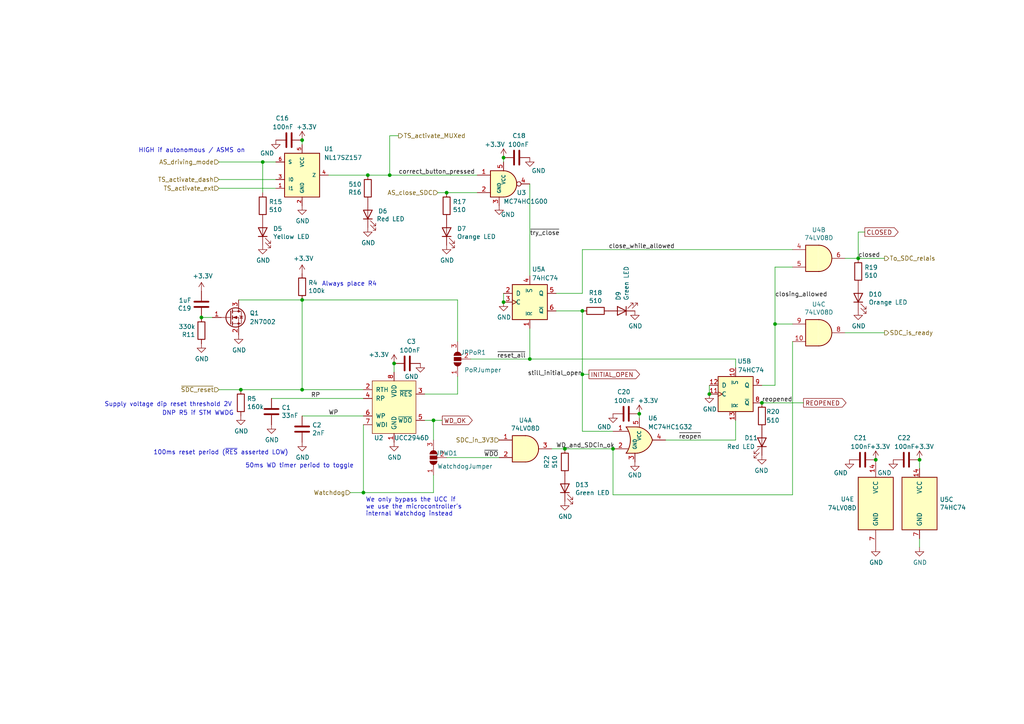
<source format=kicad_sch>
(kicad_sch (version 20211123) (generator eeschema)
  (paper "A4")
  (title_block (title "SDCL - Non-Programmable Logic") (date "2021-12-16") (rev "v1.0") (company "FaSTTUBe - Formula Student Team TU Berlin") (comment 1 "Car 113") (comment 2 "EBS Electronics") (comment 3 "Compliance for rule T 14.5.1 and T 14.5.2") (comment 4 "Hard-Wired logic for SDC relay latching and activation buttons"))
  (lib_symbols
    (symbol "74xx:74HC74" (pin_names (offset 1.016))
      (property "Reference" "U" (at -7.62 8.89 0))
      (property "Value" "74HC74" (at -7.62 -8.89 0))
      (symbol "74HC74_1_0"
        (pin input line (at 0 -7.62 90) (length 2.54) (name "~{R}") (number "1"))
        (pin input line (at -7.62 2.54 0) (length 2.54) (name "D") (number "2"))
        (pin input clock (at -7.62 0 0) (length 2.54) (name "C") (number "3"))
        (pin input line (at 0 7.62 270) (length 2.54) (name "~{S}") (number "4"))
        (pin output line (at 7.62 2.54 180) (length 2.54) (name "Q") (number "5"))
        (pin output line (at 7.62 -2.54 180) (length 2.54) (name "~{Q}") (number "6"))
      )
      (symbol "74HC74_1_1"
        (rectangle (start -5.08 5.08) (end 5.08 -5.08) (stroke (width 0.254)) (fill (type background)))
      )
      (symbol "74HC74_2_0"
        (pin input line (at 0 7.62 270) (length 2.54) (name "~{S}") (number "10"))
        (pin input clock (at -7.62 0 0) (length 2.54) (name "C") (number "11"))
        (pin input line (at -7.62 2.54 0) (length 2.54) (name "D") (number "12"))
        (pin input line (at 0 -7.62 90) (length 2.54) (name "~{R}") (number "13"))
        (pin output line (at 7.62 -2.54 180) (length 2.54) (name "~{Q}") (number "8"))
        (pin output line (at 7.62 2.54 180) (length 2.54) (name "Q") (number "9"))
      )
      (symbol "74HC74_2_1"
        (rectangle (start -5.08 5.08) (end 5.08 -5.08) (stroke (width 0.254)) (fill (type background)))
      )
      (symbol "74HC74_3_0"
        (pin power_in line (at 0 10.16 270) (length 2.54) (name "VCC") (number "14"))
        (pin power_in line (at 0 -10.16 90) (length 2.54) (name "GND") (number "7"))
      )
      (symbol "74HC74_3_1"
        (rectangle (start -5.08 7.62) (end 5.08 -7.62) (stroke (width 0.254)) (fill (type background)))
      )
    )
    (symbol "Custom:74LV08D" (pin_names (offset 1.016))
      (property "Reference" "U" (at 3.81 6.35 0))
      (property "Value" "74LV08D" (at 7.62 3.81 0))
      (symbol "74LV08D_1_1"
        (arc (start 0 -3.81) (mid 3.81 0) (end 0 3.81) (stroke (width 0.254)) (fill (type background)))
        (polyline (pts (xy 0 3.81) (xy -3.81 3.81) (xy -3.81 -3.81) (xy 0 -3.81)) (stroke (width 0.254)) (fill (type background)))
        (pin input line (at -7.62 2.54 0) (length 3.81) (name "~") (number "1"))
        (pin input line (at -7.62 -2.54 0) (length 3.81) (name "~") (number "2"))
        (pin output line (at 7.62 0 180) (length 3.81) (name "~") (number "3"))
      )
      (symbol "74LV08D_1_2"
        (arc (start -3.81 -3.81) (mid -2.589 0) (end -3.81 3.81) (stroke (width 0.254)))
        (arc (start -0.6096 -3.81) (mid 2.1842 -2.5851) (end 3.81 0) (stroke (width 0.254)) (fill (type background)))
        (polyline (pts (xy -3.81 -3.81) (xy -0.635 -3.81)) (stroke (width 0.254)) (fill (type background)))
        (polyline (pts (xy -3.81 3.81) (xy -0.635 3.81)) (stroke (width 0.254)) (fill (type background)))
        (polyline (pts (xy -0.635 3.81) (xy -3.81 3.81) (xy -3.81 3.81) (xy -3.556 3.4036) (xy -3.0226 2.2606) (xy -2.6924 1.0414) (xy -2.6162 -0.254) (xy -2.7686 -1.4986) (xy -3.175 -2.7178) (xy -3.81 -3.81) (xy -3.81 -3.81) (xy -0.635 -3.81)) (stroke (width -25.4)) (fill (type background)))
        (arc (start 3.81 0) (mid 2.1915 2.5936) (end -0.6096 3.81) (stroke (width 0.254)) (fill (type background)))
        (pin input inverted (at -7.62 2.54 0) (length 4.318) (name "~") (number "1"))
        (pin input inverted (at -7.62 -2.54 0) (length 4.318) (name "~") (number "2"))
        (pin output inverted (at 7.62 0 180) (length 3.81) (name "~") (number "3"))
      )
      (symbol "74LV08D_2_1"
        (arc (start 0 -3.81) (mid 3.81 0) (end 0 3.81) (stroke (width 0.254)) (fill (type background)))
        (polyline (pts (xy 0 3.81) (xy -3.81 3.81) (xy -3.81 -3.81) (xy 0 -3.81)) (stroke (width 0.254)) (fill (type background)))
        (pin input line (at -7.62 2.54 0) (length 3.81) (name "~") (number "4"))
        (pin input line (at -7.62 -2.54 0) (length 3.81) (name "~") (number "5"))
        (pin output line (at 7.62 0 180) (length 3.81) (name "~") (number "6"))
      )
      (symbol "74LV08D_2_2"
        (arc (start -3.81 -3.81) (mid -2.589 0) (end -3.81 3.81) (stroke (width 0.254)))
        (arc (start -0.6096 -3.81) (mid 2.1842 -2.5851) (end 3.81 0) (stroke (width 0.254)) (fill (type background)))
        (polyline (pts (xy -3.81 -3.81) (xy -0.635 -3.81)) (stroke (width 0.254)) (fill (type background)))
        (polyline (pts (xy -3.81 3.81) (xy -0.635 3.81)) (stroke (width 0.254)) (fill (type background)))
        (polyline (pts (xy -0.635 3.81) (xy -3.81 3.81) (xy -3.81 3.81) (xy -3.556 3.4036) (xy -3.0226 2.2606) (xy -2.6924 1.0414) (xy -2.6162 -0.254) (xy -2.7686 -1.4986) (xy -3.175 -2.7178) (xy -3.81 -3.81) (xy -3.81 -3.81) (xy -0.635 -3.81)) (stroke (width -25.4)) (fill (type background)))
        (arc (start 3.81 0) (mid 2.1915 2.5936) (end -0.6096 3.81) (stroke (width 0.254)) (fill (type background)))
        (pin input inverted (at -7.62 2.54 0) (length 4.318) (name "~") (number "4"))
        (pin input inverted (at -7.62 -2.54 0) (length 4.318) (name "~") (number "5"))
        (pin output inverted (at 7.62 0 180) (length 3.81) (name "~") (number "6"))
      )
      (symbol "74LV08D_3_1"
        (arc (start 0 -3.81) (mid 3.81 0) (end 0 3.81) (stroke (width 0.254)) (fill (type background)))
        (polyline (pts (xy 0 3.81) (xy -3.81 3.81) (xy -3.81 -3.81) (xy 0 -3.81)) (stroke (width 0.254)) (fill (type background)))
        (pin input line (at -7.62 -2.54 0) (length 3.81) (name "~") (number "10"))
        (pin output line (at 7.62 0 180) (length 3.81) (name "~") (number "8"))
        (pin input line (at -7.62 2.54 0) (length 3.81) (name "~") (number "9"))
      )
      (symbol "74LV08D_3_2"
        (arc (start -3.81 -3.81) (mid -2.589 0) (end -3.81 3.81) (stroke (width 0.254)))
        (arc (start -0.6096 -3.81) (mid 2.1842 -2.5851) (end 3.81 0) (stroke (width 0.254)) (fill (type background)))
        (polyline (pts (xy -3.81 -3.81) (xy -0.635 -3.81)) (stroke (width 0.254)) (fill (type background)))
        (polyline (pts (xy -3.81 3.81) (xy -0.635 3.81)) (stroke (width 0.254)) (fill (type background)))
        (polyline (pts (xy -0.635 3.81) (xy -3.81 3.81) (xy -3.81 3.81) (xy -3.556 3.4036) (xy -3.0226 2.2606) (xy -2.6924 1.0414) (xy -2.6162 -0.254) (xy -2.7686 -1.4986) (xy -3.175 -2.7178) (xy -3.81 -3.81) (xy -3.81 -3.81) (xy -0.635 -3.81)) (stroke (width -25.4)) (fill (type background)))
        (arc (start 3.81 0) (mid 2.1915 2.5936) (end -0.6096 3.81) (stroke (width 0.254)) (fill (type background)))
        (pin input inverted (at -7.62 -2.54 0) (length 4.318) (name "~") (number "10"))
        (pin output inverted (at 7.62 0 180) (length 3.81) (name "~") (number "8"))
        (pin input inverted (at -7.62 2.54 0) (length 4.318) (name "~") (number "9"))
      )
      (symbol "74LV08D_4_1"
        (arc (start 0 -3.81) (mid 3.81 0) (end 0 3.81) (stroke (width 0.254)) (fill (type background)))
        (polyline (pts (xy 0 3.81) (xy -3.81 3.81) (xy -3.81 -3.81) (xy 0 -3.81)) (stroke (width 0.254)) (fill (type background)))
        (pin output line (at 7.62 0 180) (length 3.81) (name "~") (number "11"))
        (pin input line (at -7.62 2.54 0) (length 3.81) (name "~") (number "12"))
        (pin input line (at -7.62 -2.54 0) (length 3.81) (name "~") (number "13"))
      )
      (symbol "74LV08D_4_2"
        (arc (start -3.81 -3.81) (mid -2.589 0) (end -3.81 3.81) (stroke (width 0.254)))
        (arc (start -0.6096 -3.81) (mid 2.1842 -2.5851) (end 3.81 0) (stroke (width 0.254)) (fill (type background)))
        (polyline (pts (xy -3.81 -3.81) (xy -0.635 -3.81)) (stroke (width 0.254)) (fill (type background)))
        (polyline (pts (xy -3.81 3.81) (xy -0.635 3.81)) (stroke (width 0.254)) (fill (type background)))
        (polyline (pts (xy -0.635 3.81) (xy -3.81 3.81) (xy -3.81 3.81) (xy -3.556 3.4036) (xy -3.0226 2.2606) (xy -2.6924 1.0414) (xy -2.6162 -0.254) (xy -2.7686 -1.4986) (xy -3.175 -2.7178) (xy -3.81 -3.81) (xy -3.81 -3.81) (xy -0.635 -3.81)) (stroke (width -25.4)) (fill (type background)))
        (arc (start 3.81 0) (mid 2.1915 2.5936) (end -0.6096 3.81) (stroke (width 0.254)) (fill (type background)))
        (pin output inverted (at 7.62 0 180) (length 3.81) (name "~") (number "11"))
        (pin input inverted (at -7.62 2.54 0) (length 4.318) (name "~") (number "12"))
        (pin input inverted (at -7.62 -2.54 0) (length 4.318) (name "~") (number "13"))
      )
      (symbol "74LV08D_5_0"
        (pin power_in line (at 0 12.7 270) (length 5.08) (name "VCC") (number "14"))
        (pin power_in line (at 0 -12.7 90) (length 5.08) (name "GND") (number "7"))
      )
      (symbol "74LV08D_5_1"
        (rectangle (start -5.08 7.62) (end 5.08 -7.62) (stroke (width 0.254)) (fill (type background)))
      )
    )
    (symbol "Custom:MC74HC1G00" (pin_names (offset 1.016))
      (property "Reference" "U" (at 1.27 7.62 0))
      (property "Value" "MC74HC1G00" (at 7.62 5.08 0))
      (symbol "MC74HC1G00_1_1"
        (arc (start 0 -3.81) (mid 3.81 0) (end 0 3.81) (stroke (width 0.254)) (fill (type background)))
        (polyline (pts (xy 0 3.81) (xy -3.81 3.81) (xy -3.81 -3.81) (xy 0 -3.81)) (stroke (width 0.254)) (fill (type background)))
        (pin input line (at -7.62 2.54 0) (length 3.81) (name "~") (number "1"))
        (pin input line (at -7.62 -2.54 0) (length 3.81) (name "~") (number "2"))
        (pin power_in line (at -1.27 -6.35 90) (length 2.54) (name "GND") (number "3"))
        (pin output inverted (at 7.62 0 180) (length 3.81) (name "~") (number "4"))
        (pin power_in line (at 0 6.35 270) (length 2.54) (name "VCC") (number "5"))
      )
      (symbol "MC74HC1G00_1_2"
        (arc (start -3.81 -3.81) (mid -2.589 0) (end -3.81 3.81) (stroke (width 0.254)))
        (arc (start -0.6096 -3.81) (mid 2.1842 -2.5851) (end 3.81 0) (stroke (width 0.254)) (fill (type background)))
        (polyline (pts (xy -3.81 -3.81) (xy -0.635 -3.81)) (stroke (width 0.254)) (fill (type background)))
        (polyline (pts (xy -3.81 3.81) (xy -0.635 3.81)) (stroke (width 0.254)) (fill (type background)))
        (polyline (pts (xy -0.635 3.81) (xy -3.81 3.81) (xy -3.81 3.81) (xy -3.556 3.4036) (xy -3.0226 2.2606) (xy -2.6924 1.0414) (xy -2.6162 -0.254) (xy -2.7686 -1.4986) (xy -3.175 -2.7178) (xy -3.81 -3.81) (xy -3.81 -3.81) (xy -0.635 -3.81)) (stroke (width -25.4)) (fill (type background)))
        (arc (start 3.81 0) (mid 2.1915 2.5936) (end -0.6096 3.81) (stroke (width 0.254)) (fill (type background)))
        (pin input inverted (at -7.62 2.54 0) (length 4.318) (name "~") (number "1"))
        (pin input inverted (at -7.62 -2.54 0) (length 4.318) (name "~") (number "2"))
        (pin output line (at 7.62 0 180) (length 3.81) (name "~") (number "3"))
      )
    )
    (symbol "Custom:MC74HC1G32" (pin_names (offset 1.016))
      (property "Reference" "U" (at 3.81 6.35 0))
      (property "Value" "MC74HC1G32" (at 8.89 3.81 0))
      (symbol "MC74HC1G32_1_1"
        (arc (start -3.81 -3.81) (mid -2.589 0) (end -3.81 3.81) (stroke (width 0.254)))
        (arc (start -0.6096 -3.81) (mid 2.1842 -2.5851) (end 3.81 0) (stroke (width 0.254)) (fill (type background)))
        (polyline (pts (xy -3.81 -3.81) (xy -0.635 -3.81)) (stroke (width 0.254)) (fill (type background)))
        (polyline (pts (xy -3.81 3.81) (xy -0.635 3.81)) (stroke (width 0.254)) (fill (type background)))
        (polyline (pts (xy -0.635 3.81) (xy -3.81 3.81) (xy -3.81 3.81) (xy -3.556 3.4036) (xy -3.0226 2.2606) (xy -2.6924 1.0414) (xy -2.6162 -0.254) (xy -2.7686 -1.4986) (xy -3.175 -2.7178) (xy -3.81 -3.81) (xy -3.81 -3.81) (xy -0.635 -3.81)) (stroke (width -25.4)) (fill (type background)))
        (arc (start 3.81 0) (mid 2.1915 2.5936) (end -0.6096 3.81) (stroke (width 0.254)) (fill (type background)))
        (pin input line (at -7.62 2.54 0) (length 4.318) (name "~") (number "1"))
        (pin input line (at -7.62 -2.54 0) (length 4.318) (name "~") (number "2"))
        (pin power_in line (at -1.27 -6.35 90) (length 2.54) (name "GND") (number "3"))
        (pin output line (at 7.62 0 180) (length 3.81) (name "~") (number "4"))
        (pin power_in line (at 0 6.35 270) (length 2.54) (name "VCC") (number "5"))
      )
      (symbol "MC74HC1G32_1_2"
        (arc (start 0 -3.81) (mid 3.81 0) (end 0 3.81) (stroke (width 0.254)) (fill (type background)))
        (polyline (pts (xy 0 3.81) (xy -3.81 3.81) (xy -3.81 -3.81) (xy 0 -3.81)) (stroke (width 0.254)) (fill (type background)))
        (pin input inverted (at -7.62 2.54 0) (length 3.81) (name "~") (number "1"))
        (pin input inverted (at -7.62 -2.54 0) (length 3.81) (name "~") (number "2"))
        (pin output inverted (at 7.62 0 180) (length 3.81) (name "~") (number "3"))
      )
    )
    (symbol "Custom:NL17SZ157" (pin_names (offset 1.016))
      (property "Reference" "U" (at 0 15.24 0))
      (property "Value" "NL17SZ157" (at 0 12.7 0))
      (symbol "NL17SZ157_1_1"
        (rectangle (start -5.08 6.35) (end 5.08 -6.35) (stroke (width 0.254)) (fill (type background)))
        (pin input line (at -7.62 -3.81 0) (length 2.54) (name "I1") (number "1"))
        (pin power_in line (at 0 -8.89 90) (length 2.54) (name "GND") (number "2"))
        (pin input line (at -7.62 -1.27 0) (length 2.54) (name "I0") (number "3"))
        (pin output line (at 7.62 0 180) (length 2.54) (name "Z") (number "4"))
        (pin power_in line (at 0 8.89 270) (length 2.54) (name "VCC") (number "5"))
        (pin input line (at -7.62 3.81 0) (length 2.54) (name "S") (number "6"))
      )
    )
    (symbol "Custom:UCC2946" (pin_names (offset 1.016))
      (property "Reference" "U" (at 0 15.24 0))
      (property "Value" "UCC2946" (at 0 12.7 0))
      (symbol "UCC2946_0_1"
        (rectangle (start -6.35 7.62) (end 6.35 -7.62) (fill (type background)))
      )
      (symbol "UCC2946_1_1"
        (pin power_in line (at 0 -10.16 90) (length 2.54) (name "GND") (number "1"))
        (pin input line (at -8.89 5.08 0) (length 2.54) (name "RTH") (number "2"))
        (pin input line (at 8.89 3.81 180) (length 2.54) (name "~{RES}") (number "3"))
        (pin input line (at -8.89 2.54 0) (length 2.54) (name "RP") (number "4"))
        (pin input line (at 8.89 -3.81 180) (length 2.54) (name "~{WDO}") (number "5"))
        (pin input line (at -8.89 -2.54 0) (length 2.54) (name "WP") (number "6"))
        (pin input line (at -8.89 -5.08 0) (length 2.54) (name "WDI") (number "7"))
        (pin power_in line (at 0 10.16 270) (length 2.54) (name "VDD") (number "8"))
      )
    )
    (symbol "Device:C" (pin_numbers hide) (pin_names (offset 0.254))
      (property "Reference" "C" (at 0.635 2.54 0))
      (property "Value" "C" (at 0.635 -2.54 0))
      (symbol "C_0_1"
        (polyline (pts (xy -2.032 -0.762) (xy 2.032 -0.762)) (stroke (width 0.508)))
        (polyline (pts (xy -2.032 0.762) (xy 2.032 0.762)) (stroke (width 0.508)))
      )
      (symbol "C_1_1"
        (pin passive line (at 0 3.81 270) (length 2.794) (name "~") (number "1"))
        (pin passive line (at 0 -3.81 90) (length 2.794) (name "~") (number "2"))
      )
    )
    (symbol "Device:LED" (pin_numbers hide) (pin_names (offset 1.016) hide)
      (property "Reference" "D" (at 0 2.54 0))
      (property "Value" "LED" (at 0 -2.54 0))
      (symbol "LED_0_1"
        (polyline (pts (xy -1.27 -1.27) (xy -1.27 1.27)) (stroke (width 0.254)))
        (polyline (pts (xy -1.27 0) (xy 1.27 0)))
        (polyline (pts (xy 1.27 -1.27) (xy 1.27 1.27) (xy -1.27 0) (xy 1.27 -1.27)) (stroke (width 0.254)))
        (polyline (pts (xy -3.048 -0.762) (xy -4.572 -2.286) (xy -3.81 -2.286) (xy -4.572 -2.286) (xy -4.572 -1.524)))
        (polyline (pts (xy -1.778 -0.762) (xy -3.302 -2.286) (xy -2.54 -2.286) (xy -3.302 -2.286) (xy -3.302 -1.524)))
      )
      (symbol "LED_1_1"
        (pin passive line (at -3.81 0 0) (length 2.54) (name "K") (number "1"))
        (pin passive line (at 3.81 0 180) (length 2.54) (name "A") (number "2"))
      )
    )
    (symbol "Device:Q_NMOS_GSD" (pin_names (offset 0) hide)
      (property "Reference" "Q" (at 5.08 1.27 0))
      (property "Value" "Q_NMOS_GSD" (at 5.08 -1.27 0))
      (symbol "Q_NMOS_GSD_0_1"
        (polyline (pts (xy 0.254 0) (xy -2.54 0)))
        (polyline (pts (xy 0.254 1.905) (xy 0.254 -1.905)) (stroke (width 0.254)))
        (polyline (pts (xy 0.762 -1.27) (xy 0.762 -2.286)) (stroke (width 0.254)))
        (polyline (pts (xy 0.762 0.508) (xy 0.762 -0.508)) (stroke (width 0.254)))
        (polyline (pts (xy 0.762 2.286) (xy 0.762 1.27)) (stroke (width 0.254)))
        (polyline (pts (xy 2.54 2.54) (xy 2.54 1.778)))
        (polyline (pts (xy 2.54 -2.54) (xy 2.54 0) (xy 0.762 0)))
        (polyline (pts (xy 0.762 -1.778) (xy 3.302 -1.778) (xy 3.302 1.778) (xy 0.762 1.778)))
        (polyline (pts (xy 1.016 0) (xy 2.032 0.381) (xy 2.032 -0.381) (xy 1.016 0)) (fill (type outline)))
        (polyline (pts (xy 2.794 0.508) (xy 2.921 0.381) (xy 3.683 0.381) (xy 3.81 0.254)))
        (polyline (pts (xy 3.302 0.381) (xy 2.921 -0.254) (xy 3.683 -0.254) (xy 3.302 0.381)))
        (circle (center 1.651 0) (radius 2.794) (stroke (width 0.254)))
        (circle (center 2.54 -1.778) (radius 0.254) (fill (type outline)))
        (circle (center 2.54 1.778) (radius 0.254) (fill (type outline)))
      )
      (symbol "Q_NMOS_GSD_1_1"
        (pin input line (at -5.08 0 0) (length 2.54) (name "G") (number "1"))
        (pin passive line (at 2.54 -5.08 90) (length 2.54) (name "S") (number "2"))
        (pin passive line (at 2.54 5.08 270) (length 2.54) (name "D") (number "3"))
      )
    )
    (symbol "Device:R" (pin_numbers hide) (pin_names (offset 0))
      (property "Reference" "R" (at 2.032 0 90))
      (property "Value" "R" (at 0 0 90))
      (symbol "R_0_1"
        (rectangle (start -1.016 -2.54) (end 1.016 2.54) (stroke (width 0.254)))
      )
      (symbol "R_1_1"
        (pin passive line (at 0 3.81 270) (length 1.27) (name "~") (number "1"))
        (pin passive line (at 0 -3.81 90) (length 1.27) (name "~") (number "2"))
      )
    )
    (symbol "Jumper:SolderJumper_3_Open" (pin_names (offset 0) hide)
      (property "Reference" "JP" (at -2.54 -2.54 0))
      (property "Value" "SolderJumper_3_Open" (at 0 2.794 0))
      (symbol "SolderJumper_3_Open_0_1"
        (arc (start -1.016 1.016) (mid -2.032 0) (end -1.016 -1.016))
        (arc (start -1.016 1.016) (mid -2.032 0) (end -1.016 -1.016) (fill (type outline)))
        (rectangle (start -0.508 1.016) (end 0.508 -1.016) (fill (type outline)))
        (polyline (pts (xy -2.54 0) (xy -2.032 0)))
        (polyline (pts (xy -1.016 1.016) (xy -1.016 -1.016)))
        (polyline (pts (xy 0 -1.27) (xy 0 -1.016)))
        (polyline (pts (xy 1.016 1.016) (xy 1.016 -1.016)))
        (polyline (pts (xy 2.54 0) (xy 2.032 0)))
        (arc (start 1.016 -1.016) (mid 2.032 0) (end 1.016 1.016))
        (arc (start 1.016 -1.016) (mid 2.032 0) (end 1.016 1.016) (fill (type outline)))
      )
      (symbol "SolderJumper_3_Open_1_1"
        (pin passive line (at -5.08 0 0) (length 2.54) (name "A") (number "1"))
        (pin passive line (at 0 -3.81 90) (length 2.54) (name "C") (number "2"))
        (pin passive line (at 5.08 0 180) (length 2.54) (name "B") (number "3"))
      )
    )
    (symbol "power:+3.3V" (power) (pin_names (offset 0))
      (property "Value" "+3.3V" (at 0 3.556 0))
      (symbol "+3.3V_0_1"
        (polyline (pts (xy -0.762 1.27) (xy 0 2.54)))
        (polyline (pts (xy 0 0) (xy 0 2.54)))
        (polyline (pts (xy 0 2.54) (xy 0.762 1.27)))
      )
      (symbol "+3.3V_1_1"
        (pin power_in line (at 0 0 90) (length 0) hide (name "+3.3V") (number "1"))
      )
    )
    (symbol "power:GND" (power) (pin_names (offset 0))
      (property "Value" "GND" (at 0 -3.81 0))
      (symbol "GND_0_1"
        (polyline (pts (xy 0 0) (xy 0 -1.27) (xy 1.27 -1.27) (xy 0 -2.54) (xy -1.27 -1.27) (xy 0 -1.27)))
      )
      (symbol "GND_1_1"
        (pin power_in line (at 0 0 270) (length 0) hide (name "GND") (number "1"))
      )
    )
  )
  (junction (at 185.42 120.015))
  (junction (at 168.91 108.585))
  (junction (at 114.3 105.41))
  (junction (at 224.79 93.98))
  (junction (at 113.03 50.8))
  (junction (at 87.63 86.995))
  (junction (at 220.98 116.84))
  (junction (at 168.91 90.17))
  (junction (at 248.92 74.93))
  (junction (at 266.7 133.35))
  (junction (at 146.05 87.63))
  (junction (at 125.73 121.92))
  (junction (at 105.41 142.875))
  (junction (at 163.83 130.175))
  (junction (at 146.05 45.72))
  (junction (at 177.8 130.175))
  (junction (at 106.68 50.8))
  (junction (at 153.67 104.14))
  (junction (at 58.42 92.075))
  (junction (at 254 133.35))
  (junction (at 129.54 55.88))
  (junction (at 69.85 113.03))
  (junction (at 87.63 113.03))
  (junction (at 76.2 46.99))
  (junction (at 87.63 40.64))
  (junction (at 205.74 114.3))
  (wire (pts (xy 63.5 54.61) (xy 80.01 54.61)))
  (wire (pts (xy 245.11 96.52) (xy 256.54 96.52)))
  (wire (pts (xy 224.79 111.76) (xy 224.79 93.98)))
  (wire (pts (xy 161.29 85.09) (xy 168.91 85.09)))
  (wire (pts (xy 213.36 104.14) (xy 153.67 104.14)))
  (wire (pts (xy 128.27 121.92) (xy 125.73 121.92)))
  (wire (pts (xy 113.03 50.8) (xy 138.43 50.8)))
  (wire (pts (xy 127 55.88) (xy 129.54 55.88)))
  (wire (pts (xy 113.03 39.37) (xy 115.57 39.37)))
  (wire (pts (xy 153.67 53.34) (xy 153.67 80.01)))
  (wire (pts (xy 87.63 40.64) (xy 87.63 41.91)))
  (wire (pts (xy 168.91 108.585) (xy 168.91 125.095)))
  (wire (pts (xy 69.85 113.03) (xy 87.63 113.03)))
  (wire (pts (xy 132.715 99.06) (xy 132.715 86.995)))
  (wire (pts (xy 250.825 67.31) (xy 248.92 67.31)))
  (wire (pts (xy 224.79 93.98) (xy 224.79 77.47)))
  (wire (pts (xy 123.19 114.3) (xy 132.715 114.3)))
  (wire (pts (xy 106.68 50.8) (xy 113.03 50.8)))
  (wire (pts (xy 125.73 127.635) (xy 125.73 121.92)))
  (wire (pts (xy 63.5 46.99) (xy 76.2 46.99)))
  (wire (pts (xy 224.79 77.47) (xy 229.87 77.47)))
  (wire (pts (xy 136.525 104.14) (xy 153.67 104.14)))
  (wire (pts (xy 129.54 55.88) (xy 138.43 55.88)))
  (wire (pts (xy 213.36 127.635) (xy 213.36 121.92)))
  (wire (pts (xy 76.2 46.99) (xy 76.2 55.88)))
  (wire (pts (xy 125.73 137.795) (xy 125.73 142.875)))
  (wire (pts (xy 168.91 90.17) (xy 161.29 90.17)))
  (wire (pts (xy 163.83 130.175) (xy 177.8 130.175)))
  (wire (pts (xy 95.25 50.8) (xy 106.68 50.8)))
  (wire (pts (xy 185.42 120.015) (xy 185.42 121.285)))
  (wire (pts (xy 168.91 90.17) (xy 168.91 108.585)))
  (wire (pts (xy 213.36 104.14) (xy 213.36 106.68)))
  (wire (pts (xy 63.5 113.03) (xy 69.85 113.03)))
  (wire (pts (xy 266.7 135.89) (xy 266.7 133.35)))
  (wire (pts (xy 78.74 115.57) (xy 105.41 115.57)))
  (wire (pts (xy 193.04 127.635) (xy 213.36 127.635)))
  (wire (pts (xy 58.42 92.075) (xy 61.595 92.075)))
  (wire (pts (xy 177.8 143.51) (xy 177.8 130.175)))
  (wire (pts (xy 114.3 105.41) (xy 114.3 107.95)))
  (wire (pts (xy 129.54 132.715) (xy 144.78 132.715)))
  (wire (pts (xy 153.67 95.25) (xy 153.67 104.14)))
  (wire (pts (xy 168.91 72.39) (xy 168.91 85.09)))
  (wire (pts (xy 123.19 121.92) (xy 125.73 121.92)))
  (wire (pts (xy 220.98 116.84) (xy 233.045 116.84)))
  (wire (pts (xy 87.63 86.995) (xy 87.63 113.03)))
  (wire (pts (xy 220.98 111.76) (xy 224.79 111.76)))
  (wire (pts (xy 125.73 142.875) (xy 105.41 142.875)))
  (wire (pts (xy 266.7 158.75) (xy 266.7 156.21)))
  (wire (pts (xy 160.02 130.175) (xy 163.83 130.175)))
  (wire (pts (xy 248.92 74.93) (xy 256.54 74.93)))
  (wire (pts (xy 101.6 142.875) (xy 105.41 142.875)))
  (wire (pts (xy 146.05 45.72) (xy 146.05 46.99)))
  (wire (pts (xy 87.63 86.995) (xy 69.215 86.995)))
  (wire (pts (xy 63.5 52.07) (xy 80.01 52.07)))
  (wire (pts (xy 168.91 125.095) (xy 177.8 125.095)))
  (wire (pts (xy 205.74 111.76) (xy 205.74 114.3)))
  (wire (pts (xy 248.92 67.31) (xy 248.92 74.93)))
  (wire (pts (xy 146.05 85.09) (xy 146.05 87.63)))
  (wire (pts (xy 87.63 113.03) (xy 105.41 113.03)))
  (wire (pts (xy 113.03 39.37) (xy 113.03 50.8)))
  (wire (pts (xy 229.87 93.98) (xy 224.79 93.98)))
  (wire (pts (xy 168.91 72.39) (xy 229.87 72.39)))
  (wire (pts (xy 105.41 142.875) (xy 105.41 123.19)))
  (wire (pts (xy 132.715 109.22) (xy 132.715 114.3)))
  (wire (pts (xy 76.2 46.99) (xy 80.01 46.99)))
  (wire (pts (xy 168.91 108.585) (xy 170.815 108.585)))
  (wire (pts (xy 245.11 74.93) (xy 248.92 74.93)))
  (wire (pts (xy 229.87 99.06) (xy 229.87 143.51)))
  (wire (pts (xy 87.63 86.995) (xy 132.715 86.995)))
  (wire (pts (xy 229.87 143.51) (xy 177.8 143.51)))
  (wire (pts (xy 87.63 120.65) (xy 105.41 120.65)))
  (text "Supply voltage dip reset threshold 2V" (at 67.31 118.11 180) (effects (font (size 1.27 1.27)) (justify right bottom)))
  (text "100ms reset period (~{RES} asserted LOW)" (at 44.45 132.08 0) (effects (font (size 1.27 1.27)) (justify left bottom)))
  (text "50ms WD timer period to toggle" (at 71.12 135.89 0) (effects (font (size 1.27 1.27)) (justify left bottom)))
  (text "Always place R4" (at 93.345 83.185 0) (effects (font (size 1.27 1.27)) (justify left bottom)))
  (text "HIGH if autonomous / ASMS on" (at 71.12 44.45 180) (effects (font (size 1.27 1.27)) (justify right bottom)))
  (text "We only bypass the UCC if\nwe use the microcontroller's\ninternal Watchdog instead\n" (at 106.045 149.86 0) (effects (font (size 1.27 1.27)) (justify left bottom)))
  (text "DNP R5 if STM WWDG" (at 46.99 120.65 0) (effects (font (size 1.27 1.27)) (justify left bottom)))
  (label "~{reopen}" (at 196.85 127.635 0))
  (label "reopened" (at 220.98 116.84 0))
  (label "correct_button_pressed" (at 115.57 50.8 0))
  (label "WP" (at 95.25 120.65 0))
  (label "WD_and_SDCin_ok" (at 161.29 130.175 0))
  (label "close_while_allowed" (at 176.53 72.39 0))
  (label "~{reset_all}" (at 144.145 104.14 0))
  (label "closing_allowed" (at 224.79 86.36 0))
  (label "~{WDO}" (at 140.335 132.715 0))
  (label "still_initial_open" (at 168.91 109.22 180))
  (label "closed" (at 248.92 74.93 0))
  (label "RP" (at 90.17 115.57 0))
  (label "~{try_close}" (at 153.67 68.58 0))
  (global_label "WD_OK" (shape output) (at 128.27 121.92 0) (property "Intersheet References" "${INTERSHEET_REFS}" (effects hide)))
  (global_label "CLOSED" (shape output) (at 250.825 67.31 0) (property "Intersheet References" "${INTERSHEET_REFS}" (effects hide)))
  (global_label "INITIAL_OPEN" (shape output) (at 170.815 108.585 0) (property "Intersheet References" "${INTERSHEET_REFS}" (effects hide)))
  (global_label "REOPENED" (shape output) (at 233.045 116.84 0) (property "Intersheet References" "${INTERSHEET_REFS}" (effects hide)))
  (hierarchical_label "SDC_in_3V3" (shape input) (at 144.78 127.635 180))
  (hierarchical_label "TS_activate_dash" (shape input) (at 63.5 52.07 180))
  (hierarchical_label "~{SDC_reset}" (shape input) (at 63.5 113.03 180))
  (hierarchical_label "AS_close_SDC" (shape input) (at 127 55.88 180))
  (hierarchical_label "SDC_is_ready" (shape output) (at 256.54 96.52 0))
  (hierarchical_label "TS_activate_MUXed" (shape output) (at 115.57 39.37 0))
  (hierarchical_label "AS_driving_mode" (shape input) (at 63.5 46.99 180))
  (hierarchical_label "TS_activate_ext" (shape input) (at 63.5 54.61 180))
  (hierarchical_label "Watchdog" (shape input) (at 101.6 142.875 180))
  (hierarchical_label "To_SDC_relais" (shape output) (at 256.54 74.93 0))
  (symbol (lib_id "Device:C") (at 78.74 119.38 0) (unit 1)
    (property "Reference" "C1" (at 81.661 118.2116 0) (effects (justify left)))
    (property "Value" "33nF" (at 81.661 120.523 0) (effects (justify left)))
    (property "Footprint" "Capacitor_SMD:C_0603_1608Metric_Pad1.08x0.95mm_HandSolder" (effects hide))
  )
  (symbol (lib_id "Device:C") (at 87.63 124.46 0) (unit 1)
    (property "Reference" "C2" (at 90.551 123.2916 0) (effects (justify left)))
    (property "Value" "2nF" (at 90.551 125.603 0) (effects (justify left)))
    (property "Footprint" "Capacitor_SMD:C_0603_1608Metric_Pad1.08x0.95mm_HandSolder" (effects hide))
  )
  (symbol (lib_id "Custom:UCC2946") (at 114.3 118.11 0) (unit 1)
    (property "Reference" "U2" (at 109.855 127 0))
    (property "Value" "UCC2946D" (at 119.38 127 0))
    (property "Footprint" "Package_SO:SOIC-8_3.9x4.9mm_P1.27mm" (effects hide))
    (property "Datasheet" "https://www.ti.com/lit/ds/symlink/ucc2946.pdf" (effects hide))
  )
  (symbol (lib_id "Device:C") (at 118.11 105.41 90) (unit 1)
    (property "Reference" "C3" (at 120.65 99.06 90) (effects (justify left)))
    (property "Value" "100nF" (at 121.92 101.6 90) (effects (justify left)))
    (property "Footprint" "Capacitor_SMD:C_0603_1608Metric_Pad1.08x0.95mm_HandSolder" (effects hide))
  )
  (symbol (lib_id "Device:R") (at 69.85 116.84 0) (unit 1)
    (property "Reference" "R5" (at 71.628 115.6716 0) (effects (justify left)))
    (property "Value" "160k" (at 71.628 117.983 0) (effects (justify left)))
    (property "Footprint" "Resistor_SMD:R_0603_1608Metric_Pad0.98x0.95mm_HandSolder" (effects hide))
  )
  (symbol (lib_id "Device:R") (at 87.63 83.185 0) (unit 1)
    (property "Reference" "R4" (at 89.408 82.0166 0) (effects (justify left)))
    (property "Value" "100k" (at 89.408 84.328 0) (effects (justify left)))
    (property "Footprint" "Resistor_SMD:R_0603_1608Metric_Pad0.98x0.95mm_HandSolder" (effects hide))
  )
  (symbol (lib_id "Custom:MC74HC1G00") (at 146.05 53.34 0) (unit 1)
    (property "Reference" "U3" (at 149.86 55.88 0) (effects (justify left)))
    (property "Value" "MC74HC1G00" (at 146.05 58.42 0) (effects (justify left)))
    (property "Footprint" "Package_TO_SOT_SMD:SOT-23-5_HandSoldering" (effects hide))
    (property "Datasheet" "http://www.ti.com/lit/gpn/sn74ls00" (effects hide))
  )
  (symbol (lib_id "power:GND") (at 144.78 59.69 0) (unit 1)
    (property "Reference" "#PWR0122" (effects hide))
    (property "Value" "GND" (at 147.32 62.23 0))
  )
  (symbol (lib_id "Custom:MC74HC1G32") (at 185.42 127.635 0) (unit 1)
    (property "Reference" "U6" (at 187.96 121.285 0) (effects (justify left)))
    (property "Value" "MC74HC1G32" (at 187.96 123.825 0) (effects (justify left)))
    (property "Footprint" "Package_TO_SOT_SMD:SOT-23-5_HandSoldering" (effects hide))
    (property "Datasheet" "https://www.mouser.de/datasheet/2/308/1/MC74HC1G32_D-2315545.pdf" (effects hide))
  )
  (symbol (lib_id "power:GND") (at 184.15 133.985 0) (unit 1)
    (property "Reference" "#PWR0124" (effects hide))
    (property "Value" "GND" (at 184.15 137.795 0))
  )
  (symbol (lib_id "power:+3.3V") (at 185.42 120.015 0) (unit 1)
    (property "Reference" "#PWR0125" (effects hide))
    (property "Value" "+3.3V" (at 187.96 116.205 0))
  )
  (symbol (lib_id "power:GND") (at 121.92 105.41 0) (unit 1)
    (property "Reference" "#PWR0112" (effects hide))
    (property "Value" "GND" (at 119.38 109.22 0))
  )
  (symbol (lib_id "Custom:74LV08D") (at 152.4 130.175 0) (unit 1)
    (property "Reference" "U4" (at 152.4 121.92 0))
    (property "Value" "74LV08D" (at 152.4 124.2314 0))
    (property "Footprint" "Package_SO:SOIC-14_3.9x8.7mm_P1.27mm" (effects hide))
    (property "Datasheet" "https://www.mouser.de/datasheet/2/916/74LV08-1388983.pdf" (effects hide))
  )
  (symbol (lib_id "power:GND") (at 87.63 128.27 0) (unit 1)
    (property "Reference" "#PWR0113" (effects hide))
    (property "Value" "GND" (at 87.757 132.6642 0))
  )
  (symbol (lib_id "Custom:74LV08D") (at 237.49 74.93 0) (unit 2)
    (property "Reference" "U4" (at 237.49 66.675 0))
    (property "Value" "74LV08D" (at 237.49 68.9864 0))
    (property "Footprint" "Package_SO:SOIC-14_3.9x8.7mm_P1.27mm" (effects hide))
    (property "Datasheet" "https://www.mouser.de/datasheet/2/916/74LV08-1388983.pdf" (effects hide))
  )
  (symbol (lib_id "Custom:74LV08D") (at 237.49 96.52 0) (unit 3)
    (property "Reference" "U4" (at 237.49 88.265 0))
    (property "Value" "74LV08D" (at 237.49 90.5764 0))
    (property "Footprint" "Package_SO:SOIC-14_3.9x8.7mm_P1.27mm" (effects hide))
    (property "Datasheet" "https://www.mouser.de/datasheet/2/916/74LV08-1388983.pdf" (effects hide))
  )
  (symbol (lib_id "power:GND") (at 146.05 87.63 0) (unit 1)
    (property "Reference" "#PWR0115" (effects hide))
    (property "Value" "GND" (at 146.177 92.0242 0))
  )
  (symbol (lib_id "Custom:74LV08D") (at 254 146.05 0) (unit 5)
    (property "Reference" "U4" (at 243.84 144.78 0) (effects (justify left)))
    (property "Value" "74LV08D" (at 240.03 147.32 0) (effects (justify left)))
    (property "Footprint" "Package_SO:SOIC-14_3.9x8.7mm_P1.27mm" (effects hide))
    (property "Datasheet" "https://www.mouser.de/datasheet/2/916/74LV08-1388983.pdf" (effects hide))
  )
  (symbol (lib_id "power:GND") (at 205.74 114.3 0) (unit 1)
    (property "Reference" "#PWR0118" (effects hide))
    (property "Value" "GND" (at 205.867 118.6942 0))
  )
  (symbol (lib_id "power:+3.3V") (at 254 133.35 0) (unit 1)
    (property "Reference" "#PWR0126" (effects hide))
    (property "Value" "+3.3V" (at 255.27 129.54 0))
  )
  (symbol (lib_id "power:GND") (at 254 158.75 0) (unit 1)
    (property "Reference" "#PWR0127" (effects hide))
    (property "Value" "GND" (at 254.127 163.1442 0))
  )
  (symbol (lib_id "power:+3.3V") (at 114.3 105.41 0) (unit 1)
    (property "Reference" "#PWR0128" (effects hide))
    (property "Value" "+3.3V" (at 109.855 102.87 0))
  )
  (symbol (lib_id "power:+3.3V") (at 87.63 79.375 0) (unit 1)
    (property "Reference" "#PWR0129" (effects hide))
    (property "Value" "+3.3V" (at 88.011 74.9808 0))
  )
  (symbol (lib_id "power:GND") (at 69.85 120.65 0) (unit 1)
    (property "Reference" "#PWR0130" (effects hide))
    (property "Value" "GND" (at 69.977 125.0442 0))
  )
  (symbol (lib_id "power:GND") (at 78.74 123.19 0) (unit 1)
    (property "Reference" "#PWR0131" (effects hide))
    (property "Value" "GND" (at 78.867 127.5842 0))
  )
  (symbol (lib_id "Custom:NL17SZ157") (at 87.63 50.8 0) (unit 1)
    (property "Reference" "U1" (at 93.98 43.18 0) (effects (justify left)))
    (property "Value" "NL17SZ157" (at 93.98 45.72 0) (effects (justify left)))
    (property "Footprint" "Package_TO_SOT_SMD:SOT-23-6_Handsoldering" (effects hide))
    (property "Datasheet" "https://www.mouser.de/datasheet/2/308/1/NL17SZ157_D-2318109.pdf" (effects hide))
  )
  (symbol (lib_id "power:GND") (at 114.3 128.27 0) (unit 1)
    (property "Reference" "#PWR0132" (effects hide))
    (property "Value" "GND" (at 114.427 132.6642 0))
  )
  (symbol (lib_id "power:GND") (at 87.63 59.69 0) (unit 1)
    (property "Reference" "#PWR0116" (effects hide))
    (property "Value" "GND" (at 87.757 64.0842 0))
  )
  (symbol (lib_id "Device:LED") (at 248.92 86.36 90) (unit 1)
    (property "Reference" "D10" (at 251.9172 85.3694 90) (effects (justify right)))
    (property "Value" "Orange LED" (at 251.9172 87.6808 90) (effects (justify right)))
    (property "Footprint" "Diode_SMD:D_0603_1608Metric_Pad1.05x0.95mm_HandSolder" (effects hide))
  )
  (symbol (lib_id "Device:R") (at 248.92 78.74 0) (unit 1)
    (property "Reference" "R19" (at 250.698 77.5716 0) (effects (justify left)))
    (property "Value" "510" (at 250.698 79.883 0) (effects (justify left)))
    (property "Footprint" "Resistor_SMD:R_0603_1608Metric_Pad0.98x0.95mm_HandSolder" (effects hide))
  )
  (symbol (lib_id "power:GND") (at 248.92 90.17 0) (unit 1)
    (property "Reference" "#PWR0155" (effects hide))
    (property "Value" "GND" (at 249.047 94.5642 0))
  )
  (symbol (lib_id "Device:LED") (at 163.83 141.605 90) (unit 1)
    (property "Reference" "D13" (at 166.8272 140.6144 90) (effects (justify right)))
    (property "Value" "Green LED" (at 166.8272 142.9258 90) (effects (justify right)))
    (property "Footprint" "Diode_SMD:D_0603_1608Metric_Pad1.05x0.95mm_HandSolder" (effects hide))
  )
  (symbol (lib_id "Device:R") (at 163.83 133.985 180) (unit 1)
    (property "Reference" "R22" (at 158.5722 133.985 90))
    (property "Value" "510" (at 160.8836 133.985 90))
    (property "Footprint" "Resistor_SMD:R_0603_1608Metric_Pad0.98x0.95mm_HandSolder" (effects hide))
  )
  (symbol (lib_id "power:GND") (at 163.83 145.415 0) (unit 1)
    (property "Reference" "#PWR0163" (effects hide))
    (property "Value" "GND" (at 163.957 149.8092 0))
  )
  (symbol (lib_id "74xx:74HC74") (at 153.67 87.63 0) (unit 1)
    (property "Reference" "U5" (at 156.21 78.105 0))
    (property "Value" "74HC74" (at 158.115 80.645 0))
    (property "Footprint" "Package_SO:SOIC-14_3.9x8.7mm_P1.27mm" (effects hide))
    (property "Datasheet" "https://www.mouser.de/datasheet/2/916/74HC_HCT74-1319854.pdf" (effects hide))
  )
  (symbol (lib_id "Device:LED") (at 220.98 128.27 270) (mirror x) (unit 1)
    (property "Reference" "D11" (at 215.9 127 90) (effects (justify left)))
    (property "Value" "Red LED" (at 210.82 129.54 90) (effects (justify left)))
    (property "Footprint" "Diode_SMD:D_0603_1608Metric_Pad1.05x0.95mm_HandSolder" (effects hide))
  )
  (symbol (lib_id "Device:R") (at 220.98 120.65 0) (mirror y) (unit 1)
    (property "Reference" "R20" (at 222.25 119.38 0) (effects (justify right)))
    (property "Value" "510" (at 222.25 121.92 0) (effects (justify right)))
    (property "Footprint" "Resistor_SMD:R_0603_1608Metric_Pad0.98x0.95mm_HandSolder" (effects hide))
  )
  (symbol (lib_id "power:GND") (at 220.98 132.08 0) (mirror y) (unit 1)
    (property "Reference" "#PWR0157" (effects hide))
    (property "Value" "GND" (at 220.853 136.4742 0))
  )
  (symbol (lib_id "74xx:74HC74") (at 213.36 114.3 0) (unit 2)
    (property "Reference" "U5" (at 215.9 104.775 0))
    (property "Value" "74HC74" (at 217.805 107.315 0))
    (property "Footprint" "Package_SO:SOIC-14_3.9x8.7mm_P1.27mm" (effects hide))
    (property "Datasheet" "https://www.mouser.de/datasheet/2/916/74HC_HCT74-1319854.pdf" (effects hide))
  )
  (symbol (lib_id "74xx:74HC74") (at 266.7 146.05 0) (unit 3)
    (property "Reference" "U5" (at 272.542 144.8816 0) (effects (justify left)))
    (property "Value" "74HC74" (at 272.542 147.193 0) (effects (justify left)))
    (property "Footprint" "Package_SO:SOIC-14_3.9x8.7mm_P1.27mm" (effects hide))
    (property "Datasheet" "https://www.mouser.de/datasheet/2/916/74HC_HCT74-1319854.pdf" (effects hide))
  )
  (symbol (lib_id "Device:C") (at 250.19 133.35 90) (unit 1)
    (property "Reference" "C21" (at 251.46 127 90) (effects (justify left)))
    (property "Value" "100nF" (at 252.73 129.54 90) (effects (justify left)))
    (property "Footprint" "Capacitor_SMD:C_0603_1608Metric_Pad1.08x0.95mm_HandSolder" (effects hide))
  )
  (symbol (lib_id "power:GND") (at 246.38 133.35 0) (unit 1)
    (property "Reference" "#PWR0117" (effects hide))
    (property "Value" "GND" (at 243.84 137.16 0))
  )
  (symbol (lib_id "Device:LED") (at 180.34 90.17 180) (unit 1)
    (property "Reference" "D9" (at 179.3494 87.1728 90) (effects (justify right)))
    (property "Value" "Green LED" (at 181.6608 87.1728 90) (effects (justify right)))
    (property "Footprint" "Diode_SMD:D_0603_1608Metric_Pad1.05x0.95mm_HandSolder" (effects hide))
  )
  (symbol (lib_id "Device:R") (at 172.72 90.17 90) (unit 1)
    (property "Reference" "R18" (at 172.72 84.9122 90))
    (property "Value" "510" (at 172.72 87.2236 90))
    (property "Footprint" "Resistor_SMD:R_0603_1608Metric_Pad0.98x0.95mm_HandSolder" (effects hide))
  )
  (symbol (lib_id "power:GND") (at 184.15 90.17 0) (unit 1)
    (property "Reference" "#PWR0158" (effects hide))
    (property "Value" "GND" (at 184.277 94.5642 0))
  )
  (symbol (lib_id "Device:C") (at 262.89 133.35 90) (unit 1)
    (property "Reference" "C22" (at 264.16 127 90) (effects (justify left)))
    (property "Value" "100nF" (at 265.43 129.54 90) (effects (justify left)))
    (property "Footprint" "Capacitor_SMD:C_0603_1608Metric_Pad1.08x0.95mm_HandSolder" (effects hide))
  )
  (symbol (lib_id "power:GND") (at 259.08 133.35 0) (unit 1)
    (property "Reference" "#PWR0123" (effects hide))
    (property "Value" "GND" (at 256.54 137.16 0))
  )
  (symbol (lib_id "power:GND") (at 266.7 158.75 0) (unit 1)
    (property "Reference" "#PWR0119" (effects hide))
    (property "Value" "GND" (at 266.827 163.1442 0))
  )
  (symbol (lib_id "power:+3.3V") (at 266.7 133.35 0) (unit 1)
    (property "Reference" "#PWR0120" (effects hide))
    (property "Value" "+3.3V" (at 267.97 129.54 0))
  )
  (symbol (lib_id "Device:C") (at 181.61 120.015 90) (unit 1)
    (property "Reference" "C20" (at 182.88 113.665 90) (effects (justify left)))
    (property "Value" "100nF" (at 184.15 116.205 90) (effects (justify left)))
    (property "Footprint" "Capacitor_SMD:C_0603_1608Metric_Pad1.08x0.95mm_HandSolder" (effects hide))
  )
  (symbol (lib_id "power:GND") (at 177.8 120.015 0) (unit 1)
    (property "Reference" "#PWR0150" (effects hide))
    (property "Value" "GND" (at 175.26 123.825 0))
  )
  (symbol (lib_id "power:+3.3V") (at 146.05 45.72 0) (mirror y) (unit 1)
    (property "Reference" "#PWR0151" (effects hide))
    (property "Value" "+3.3V" (at 143.51 41.91 0))
  )
  (symbol (lib_id "Device:C") (at 149.86 45.72 270) (mirror x) (unit 1)
    (property "Reference" "C18" (at 148.59 39.37 90) (effects (justify left)))
    (property "Value" "100nF" (at 147.32 41.91 90) (effects (justify left)))
    (property "Footprint" "Capacitor_SMD:C_0603_1608Metric_Pad1.08x0.95mm_HandSolder" (effects hide))
  )
  (symbol (lib_id "power:GND") (at 153.67 45.72 0) (mirror y) (unit 1)
    (property "Reference" "#PWR0152" (effects hide))
    (property "Value" "GND" (at 156.21 49.53 0))
  )
  (symbol (lib_id "power:+3.3V") (at 87.63 40.64 0) (unit 1)
    (property "Reference" "#PWR0153" (effects hide))
    (property "Value" "+3.3V" (at 88.9 36.83 0))
  )
  (symbol (lib_id "Device:C") (at 83.82 40.64 90) (unit 1)
    (property "Reference" "C16" (at 83.82 34.29 90) (effects (justify left)))
    (property "Value" "100nF" (at 85.09 36.83 90) (effects (justify left)))
    (property "Footprint" "Capacitor_SMD:C_0603_1608Metric_Pad1.08x0.95mm_HandSolder" (effects hide))
  )
  (symbol (lib_id "power:GND") (at 80.01 40.64 0) (unit 1)
    (property "Reference" "#PWR0154" (effects hide))
    (property "Value" "GND" (at 77.47 44.45 0))
  )
  (symbol (lib_id "Device:LED") (at 76.2 67.31 90) (unit 1)
    (property "Reference" "D5" (at 79.1972 66.3194 90) (effects (justify right)))
    (property "Value" "Yellow LED" (at 79.1972 68.6308 90) (effects (justify right)))
    (property "Footprint" "Diode_SMD:D_0603_1608Metric_Pad1.05x0.95mm_HandSolder" (effects hide))
  )
  (symbol (lib_id "Device:R") (at 76.2 59.69 0) (unit 1)
    (property "Reference" "R15" (at 77.978 58.5216 0) (effects (justify left)))
    (property "Value" "510" (at 77.978 60.833 0) (effects (justify left)))
    (property "Footprint" "Resistor_SMD:R_0603_1608Metric_Pad0.98x0.95mm_HandSolder" (effects hide))
  )
  (symbol (lib_id "power:GND") (at 76.2 71.12 0) (unit 1)
    (property "Reference" "#PWR0159" (effects hide))
    (property "Value" "GND" (at 76.327 75.5142 0))
  )
  (symbol (lib_id "Device:LED") (at 129.54 67.31 90) (unit 1)
    (property "Reference" "D7" (at 132.5372 66.3194 90) (effects (justify right)))
    (property "Value" "Orange LED" (at 132.5372 68.6308 90) (effects (justify right)))
    (property "Footprint" "Diode_SMD:D_0603_1608Metric_Pad1.05x0.95mm_HandSolder" (effects hide))
  )
  (symbol (lib_id "Device:R") (at 129.54 59.69 0) (unit 1)
    (property "Reference" "R17" (at 131.318 58.5216 0) (effects (justify left)))
    (property "Value" "510" (at 131.318 60.833 0) (effects (justify left)))
    (property "Footprint" "Resistor_SMD:R_0603_1608Metric_Pad0.98x0.95mm_HandSolder" (effects hide))
  )
  (symbol (lib_id "power:GND") (at 129.54 71.12 0) (unit 1)
    (property "Reference" "#PWR0160" (effects hide))
    (property "Value" "GND" (at 129.667 75.5142 0))
  )
  (symbol (lib_id "Device:LED") (at 106.68 62.23 90) (unit 1)
    (property "Reference" "D6" (at 109.6772 61.2394 90) (effects (justify right)))
    (property "Value" "Red LED" (at 109.22 63.5 90) (effects (justify right)))
    (property "Footprint" "Diode_SMD:D_0603_1608Metric_Pad1.05x0.95mm_HandSolder" (effects hide))
  )
  (symbol (lib_id "Device:R") (at 106.68 54.61 180) (unit 1)
    (property "Reference" "R16" (at 104.902 55.7784 0) (effects (justify left)))
    (property "Value" "510" (at 104.902 53.467 0) (effects (justify left)))
    (property "Footprint" "Resistor_SMD:R_0603_1608Metric_Pad0.98x0.95mm_HandSolder" (effects hide))
  )
  (symbol (lib_id "power:GND") (at 106.68 66.04 0) (unit 1)
    (property "Reference" "#PWR0161" (effects hide))
    (property "Value" "GND" (at 106.807 70.4342 0))
  )
  (symbol (lib_id "power:GND") (at 69.215 97.155 0) (unit 1)
    (property "Reference" "#PWR09" (effects hide))
    (property "Value" "GND" (at 69.342 101.5492 0))
  )
  (symbol (lib_id "Jumper:SolderJumper_3_Open") (at 125.73 132.715 90) (unit 1)
    (property "Reference" "JPWD1" (at 132.715 131.445 90) (effects (justify left)))
    (property "Value" "WatchdogJumper" (at 142.875 135.255 90) (effects (justify left)))
    (property "Footprint" "Jumper:SolderJumper-3_P1.3mm_Open_RoundedPad1.0x1.5mm" (effects hide))
  )
  (symbol (lib_id "Device:Q_NMOS_GSD") (at 66.675 92.075 0) (unit 1)
    (property "Reference" "Q1" (at 72.39 90.8049 0) (effects (justify left)))
    (property "Value" "2N7002" (at 72.39 93.3449 0) (effects (justify left)))
    (property "Footprint" "Package_TO_SOT_SMD:SOT-23" (effects hide))
  )
  (symbol (lib_id "power:GND") (at 58.42 99.695 0) (unit 1)
    (property "Reference" "#PWR07" (effects hide))
    (property "Value" "GND" (at 58.547 104.0892 0))
  )
  (symbol (lib_id "power:+3.3V") (at 58.42 84.455 0) (unit 1)
    (property "Reference" "#PWR06" (effects hide))
    (property "Value" "+3.3V" (at 58.801 80.0608 0))
  )
  (symbol (lib_id "Device:R") (at 58.42 95.885 180) (unit 1)
    (property "Reference" "R11" (at 56.642 97.0534 0) (effects (justify left)))
    (property "Value" "330k" (at 56.642 94.742 0) (effects (justify left)))
    (property "Footprint" "Resistor_SMD:R_0603_1608Metric_Pad0.98x0.95mm_HandSolder" (effects hide))
  )
  (symbol (lib_id "Device:C") (at 58.42 88.265 180) (unit 1)
    (property "Reference" "C19" (at 55.499 89.4334 0) (effects (justify left)))
    (property "Value" "1uF" (at 55.499 87.122 0) (effects (justify left)))
    (property "Footprint" "Capacitor_SMD:C_0603_1608Metric_Pad1.08x0.95mm_HandSolder" (effects hide))
  )
  (symbol (lib_id "Jumper:SolderJumper_3_Open") (at 132.715 104.14 90) (unit 1)
    (property "Reference" "JPPoR1" (at 140.97 102.235 90) (effects (justify left)))
    (property "Value" "PoRJumper" (at 145.415 107.315 90) (effects (justify left)))
    (property "Footprint" "Jumper:SolderJumper-3_P1.3mm_Open_RoundedPad1.0x1.5mm" (effects hide))
  )
)
</source>
